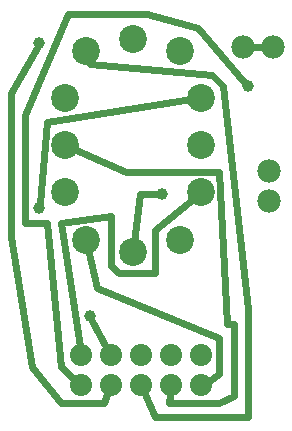
<source format=gbl>
G04 MADE WITH FRITZING*
G04 WWW.FRITZING.ORG*
G04 DOUBLE SIDED*
G04 HOLES PLATED*
G04 CONTOUR ON CENTER OF CONTOUR VECTOR*
%ASAXBY*%
%FSLAX23Y23*%
%MOIN*%
%OFA0B0*%
%SFA1.0B1.0*%
%ADD10C,0.039370*%
%ADD11C,0.073667*%
%ADD12C,0.093195*%
%ADD13C,0.078000*%
%ADD14C,0.024000*%
%LNCOPPER0*%
G90*
G70*
G54D10*
X348Y376D03*
X180Y736D03*
X876Y1144D03*
X180Y1288D03*
X588Y784D03*
G54D11*
X718Y146D03*
X718Y246D03*
X618Y146D03*
X618Y246D03*
X518Y146D03*
X518Y246D03*
X418Y146D03*
X418Y246D03*
X318Y146D03*
X318Y246D03*
X718Y146D03*
X718Y246D03*
X618Y146D03*
X618Y246D03*
X518Y146D03*
X518Y246D03*
X418Y146D03*
X418Y246D03*
X318Y146D03*
X318Y246D03*
G54D12*
X649Y631D03*
X718Y789D03*
X334Y631D03*
X265Y789D03*
X265Y946D03*
X265Y1104D03*
X334Y1261D03*
X492Y1301D03*
X649Y1261D03*
X718Y1104D03*
X718Y946D03*
X492Y592D03*
G54D13*
X944Y861D03*
X944Y761D03*
X944Y861D03*
X944Y761D03*
X960Y1275D03*
X860Y1275D03*
X960Y1275D03*
X860Y1275D03*
G54D14*
X890Y1275D02*
X930Y1275D01*
D02*
X745Y162D02*
X780Y184D01*
D02*
X780Y184D02*
X780Y304D01*
D02*
X780Y304D02*
X372Y472D01*
D02*
X372Y472D02*
X342Y599D01*
D02*
X314Y277D02*
X252Y688D01*
D02*
X252Y688D02*
X420Y712D01*
D02*
X420Y712D02*
X420Y544D01*
D02*
X420Y544D02*
X444Y520D01*
D02*
X444Y520D02*
X564Y520D01*
D02*
X564Y520D02*
X564Y664D01*
D02*
X564Y664D02*
X692Y768D01*
D02*
X296Y933D02*
X468Y856D01*
D02*
X468Y856D02*
X780Y856D01*
D02*
X780Y856D02*
X804Y352D01*
D02*
X804Y352D02*
X828Y352D01*
D02*
X828Y352D02*
X828Y112D01*
D02*
X828Y112D02*
X780Y88D01*
D02*
X780Y88D02*
X612Y88D01*
D02*
X612Y88D02*
X615Y115D01*
D02*
X403Y274D02*
X357Y359D01*
D02*
X182Y755D02*
X204Y1024D01*
D02*
X204Y1024D02*
X685Y1099D01*
D02*
X344Y1229D02*
X348Y1216D01*
D02*
X348Y1216D02*
X756Y1180D01*
D02*
X756Y1180D02*
X792Y1144D01*
D02*
X792Y1144D02*
X876Y400D01*
D02*
X876Y400D02*
X876Y40D01*
D02*
X876Y40D02*
X564Y40D01*
D02*
X564Y40D02*
X531Y117D01*
D02*
X295Y168D02*
X252Y208D01*
D02*
X252Y208D02*
X204Y688D01*
D02*
X204Y688D02*
X132Y688D01*
D02*
X132Y688D02*
X132Y1048D01*
D02*
X132Y1048D02*
X276Y1384D01*
D02*
X276Y1384D02*
X540Y1384D01*
D02*
X540Y1384D02*
X708Y1336D01*
D02*
X708Y1336D02*
X863Y1158D01*
D02*
X407Y117D02*
X396Y88D01*
D02*
X396Y88D02*
X252Y88D01*
D02*
X252Y88D02*
X156Y208D01*
D02*
X156Y208D02*
X84Y640D01*
D02*
X84Y640D02*
X84Y1120D01*
D02*
X84Y1120D02*
X171Y1271D01*
D02*
X496Y625D02*
X516Y784D01*
D02*
X516Y784D02*
X569Y784D01*
G04 End of Copper0*
M02*
</source>
